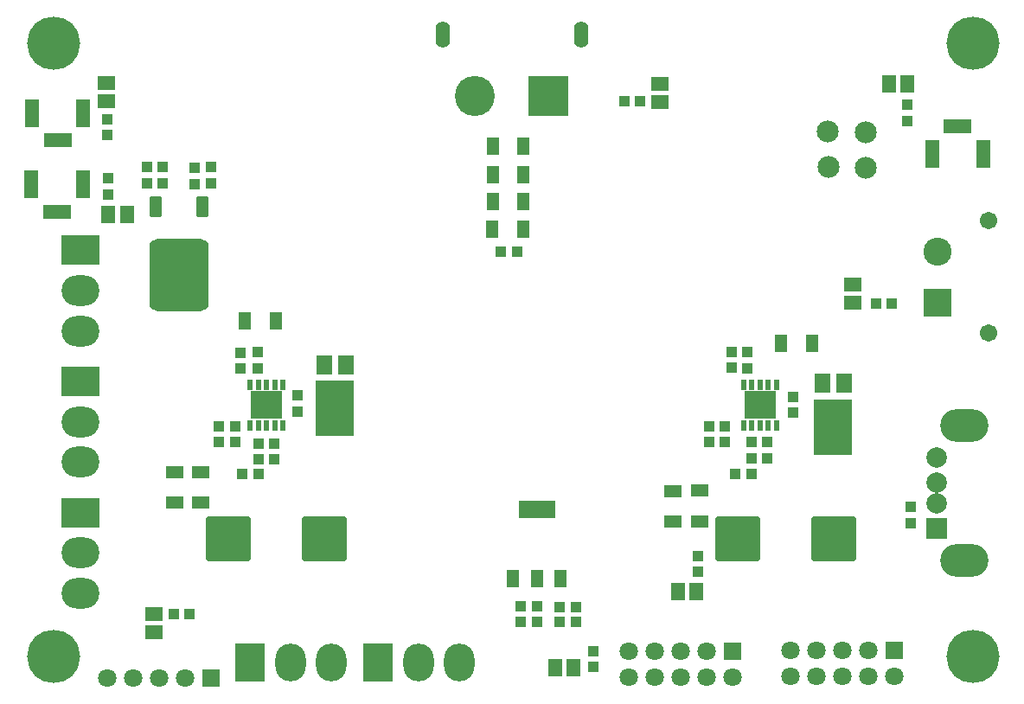
<source format=gbr>
%TF.GenerationSoftware,Altium Limited,Altium Designer,22.5.1 (42)*%
G04 Layer_Color=8388736*
%FSLAX44Y44*%
%MOMM*%
%TF.SameCoordinates,B102F14A-A54C-4FC6-BF91-0F17097562DF*%
%TF.FilePolarity,Negative*%
%TF.FileFunction,Soldermask,Top*%
%TF.Part,Single*%
G01*
G75*
%TA.AperFunction,SMDPad,CuDef*%
%ADD73R,1.0032X1.0032*%
%ADD76R,1.0532X1.0532*%
%ADD78R,1.0532X1.0532*%
%ADD79R,1.8032X1.2032*%
%ADD83R,1.2032X1.8032*%
%ADD84R,1.0032X1.0032*%
G04:AMPARAMS|DCode=88|XSize=4.4032mm|YSize=4.4032mm|CornerRadius=0.3116mm|HoleSize=0mm|Usage=FLASHONLY|Rotation=180.000|XOffset=0mm|YOffset=0mm|HoleType=Round|Shape=RoundedRectangle|*
%AMROUNDEDRECTD88*
21,1,4.4032,3.7800,0,0,180.0*
21,1,3.7800,4.4032,0,0,180.0*
1,1,0.6232,-1.8900,1.8900*
1,1,0.6232,1.8900,1.8900*
1,1,0.6232,1.8900,-1.8900*
1,1,0.6232,-1.8900,-1.8900*
%
%ADD88ROUNDEDRECTD88*%
%TA.AperFunction,ComponentPad*%
%ADD89R,2.7532X2.7532*%
%ADD90C,2.7532*%
%ADD91C,1.7112*%
%ADD92O,3.7032X3.0032*%
%ADD93R,3.7032X3.0032*%
%ADD94R,2.7032X1.4032*%
%ADD95R,1.4032X2.7032*%
%ADD96C,1.8032*%
%ADD97R,1.8032X1.8032*%
%ADD98C,2.0032*%
%ADD99R,2.0032X2.0032*%
%ADD100O,4.7032X3.2032*%
%ADD101C,3.9192*%
%ADD102R,3.9192X3.9192*%
%ADD103O,1.4032X2.6032*%
%ADD104C,5.2032*%
%ADD105O,3.0032X3.7032*%
%ADD106R,3.0032X3.7032*%
%TA.AperFunction,SMDPad,CuDef*%
%ADD111R,3.7200X5.4700*%
%ADD112R,1.6020X1.9520*%
%ADD113R,1.3632X1.6732*%
%ADD114R,1.6732X1.3632*%
%ADD115R,1.3032X1.7532*%
%ADD116R,1.3032X1.7532*%
%ADD117R,3.6532X1.7532*%
%ADD118R,0.5020X1.1020*%
%ADD119R,3.1020X2.7020*%
G04:AMPARAMS|DCode=120|XSize=2.1032mm|YSize=1.1632mm|CornerRadius=0.2168mm|HoleSize=0mm|Usage=FLASHONLY|Rotation=270.000|XOffset=0mm|YOffset=0mm|HoleType=Round|Shape=RoundedRectangle|*
%AMROUNDEDRECTD120*
21,1,2.1032,0.7296,0,0,270.0*
21,1,1.6696,1.1632,0,0,270.0*
1,1,0.4336,-0.3648,-0.8348*
1,1,0.4336,-0.3648,0.8348*
1,1,0.4336,0.3648,0.8348*
1,1,0.4336,0.3648,-0.8348*
%
%ADD120ROUNDEDRECTD120*%
G04:AMPARAMS|DCode=121|XSize=7.0432mm|YSize=5.8332mm|CornerRadius=0.7772mm|HoleSize=0mm|Usage=FLASHONLY|Rotation=270.000|XOffset=0mm|YOffset=0mm|HoleType=Round|Shape=RoundedRectangle|*
%AMROUNDEDRECTD121*
21,1,7.0432,4.2788,0,0,270.0*
21,1,5.4888,5.8332,0,0,270.0*
1,1,1.5544,-2.1394,-2.7444*
1,1,1.5544,-2.1394,2.7444*
1,1,1.5544,2.1394,2.7444*
1,1,1.5544,2.1394,-2.7444*
%
%ADD121ROUNDEDRECTD121*%
%ADD122C,2.1500*%
D73*
X-249500Y-121500D02*
D03*
X-265500D02*
D03*
X45000Y-266500D02*
D03*
X61000D02*
D03*
X45000Y-252000D02*
D03*
X61000D02*
D03*
X23250Y-251250D02*
D03*
X7250D02*
D03*
X23250Y-266750D02*
D03*
X7250D02*
D03*
X233000Y-121750D02*
D03*
X217000D02*
D03*
X3750Y95750D02*
D03*
X-12250D02*
D03*
D76*
X-317000Y-259250D02*
D03*
X-332500D02*
D03*
X108500Y243000D02*
D03*
X124000D02*
D03*
X370250Y45000D02*
D03*
X354750D02*
D03*
D78*
X-249500Y-91750D02*
D03*
Y-107250D02*
D03*
X-272000Y-90750D02*
D03*
Y-75250D02*
D03*
X-288250Y-90500D02*
D03*
Y-75000D02*
D03*
X-267000Y-18500D02*
D03*
Y-3000D02*
D03*
X-398000Y209750D02*
D03*
Y225250D02*
D03*
X78500Y-295250D02*
D03*
Y-310750D02*
D03*
X180250Y-202000D02*
D03*
Y-217500D02*
D03*
X233250Y-90750D02*
D03*
Y-106250D02*
D03*
X385250Y224000D02*
D03*
Y239500D02*
D03*
X-396500Y167500D02*
D03*
Y152000D02*
D03*
X213750Y-18000D02*
D03*
Y-2500D02*
D03*
X191250Y-75000D02*
D03*
Y-90500D02*
D03*
X207000Y-90250D02*
D03*
Y-74750D02*
D03*
D79*
X-332000Y-149750D02*
D03*
Y-119750D02*
D03*
X-306000Y-149750D02*
D03*
Y-119750D02*
D03*
X156000Y-168250D02*
D03*
Y-138250D02*
D03*
X182500Y-168000D02*
D03*
Y-138000D02*
D03*
D83*
X9500Y118000D02*
D03*
X-20500D02*
D03*
X10000Y144750D02*
D03*
X-20000D02*
D03*
X10000Y171500D02*
D03*
X-20000D02*
D03*
X10000Y198750D02*
D03*
X-20000D02*
D03*
X-232750Y28000D02*
D03*
X-262750D02*
D03*
X262000Y6250D02*
D03*
X292000D02*
D03*
D84*
X-234250Y-91750D02*
D03*
Y-107750D02*
D03*
X-211250Y-44750D02*
D03*
Y-60750D02*
D03*
X-250000Y-18750D02*
D03*
Y-2750D02*
D03*
X-296000Y162500D02*
D03*
Y178500D02*
D03*
X-311750Y162250D02*
D03*
Y178250D02*
D03*
X-343250Y162500D02*
D03*
Y178500D02*
D03*
X-358750Y163000D02*
D03*
Y179000D02*
D03*
X274000Y-46000D02*
D03*
Y-62000D02*
D03*
X248750Y-106500D02*
D03*
Y-90500D02*
D03*
X389250Y-169750D02*
D03*
Y-153750D02*
D03*
X228750Y-18500D02*
D03*
Y-2500D02*
D03*
D88*
X-279500Y-185000D02*
D03*
X-185500D02*
D03*
X219500D02*
D03*
X313500D02*
D03*
D89*
X415500Y46250D02*
D03*
D90*
Y96250D02*
D03*
D91*
X465500Y16250D02*
D03*
Y126250D02*
D03*
D92*
X-423500Y-238700D02*
D03*
Y-199100D02*
D03*
Y18300D02*
D03*
Y57900D02*
D03*
Y-110200D02*
D03*
Y-70600D02*
D03*
D93*
Y-159500D02*
D03*
Y97500D02*
D03*
Y-31000D02*
D03*
D94*
X-446750Y134500D02*
D03*
X-446000Y204750D02*
D03*
X434750Y218500D02*
D03*
D95*
X-471750Y161500D02*
D03*
X-421750D02*
D03*
X-471000Y231750D02*
D03*
X-421000D02*
D03*
X459750Y191500D02*
D03*
X409750D02*
D03*
D96*
X113300Y-320400D02*
D03*
Y-295000D02*
D03*
X164100Y-320400D02*
D03*
Y-295000D02*
D03*
X214900Y-320400D02*
D03*
X189500D02*
D03*
Y-295000D02*
D03*
X138700D02*
D03*
Y-320400D02*
D03*
X296500Y-319900D02*
D03*
Y-294500D02*
D03*
X347300D02*
D03*
Y-319900D02*
D03*
X372700D02*
D03*
X321900Y-294500D02*
D03*
Y-319900D02*
D03*
X271100Y-294500D02*
D03*
Y-319900D02*
D03*
X-397800Y-321500D02*
D03*
X-347000Y-321500D02*
D03*
X-321600D02*
D03*
X-372400D02*
D03*
D97*
X214900Y-295000D02*
D03*
X372700Y-294500D02*
D03*
X-296200Y-321500D02*
D03*
D98*
X414400Y-130300D02*
D03*
X414400Y-105300D02*
D03*
X414400Y-150300D02*
D03*
D99*
Y-175300D02*
D03*
D100*
X441500Y-206000D02*
D03*
Y-74600D02*
D03*
D101*
X-37500Y248250D02*
D03*
D102*
X34500D02*
D03*
D103*
X-69000Y308250D02*
D03*
X66000D02*
D03*
D104*
X-450000Y300000D02*
D03*
X450000D02*
D03*
X-450000Y-300000D02*
D03*
X450000D02*
D03*
D105*
X-218250Y-306250D02*
D03*
X-178650D02*
D03*
X-92750Y-306500D02*
D03*
X-53150D02*
D03*
D106*
X-257850Y-306250D02*
D03*
X-132350Y-306500D02*
D03*
D111*
X-174750Y-57750D02*
D03*
X313000Y-76000D02*
D03*
D112*
X-185250Y-14750D02*
D03*
X-164250D02*
D03*
X302500Y-33000D02*
D03*
X323500D02*
D03*
D113*
X-378600Y132250D02*
D03*
X-396400D02*
D03*
X179150Y-237000D02*
D03*
X161350D02*
D03*
X58400Y-311250D02*
D03*
X40600D02*
D03*
X385400Y260000D02*
D03*
X367600D02*
D03*
D114*
X-398250Y261150D02*
D03*
Y243350D02*
D03*
X332500Y63650D02*
D03*
Y45850D02*
D03*
X-352250Y-259100D02*
D03*
Y-276900D02*
D03*
X143750Y242600D02*
D03*
Y260400D02*
D03*
D115*
X22750Y-224000D02*
D03*
X45750D02*
D03*
D116*
X-250D02*
D03*
D117*
X22750Y-156500D02*
D03*
D118*
X257500Y-34250D02*
D03*
X249500D02*
D03*
X241500D02*
D03*
X233500D02*
D03*
X225500D02*
D03*
Y-74250D02*
D03*
X233500D02*
D03*
X241500D02*
D03*
X249500D02*
D03*
X257500D02*
D03*
X-225750Y-34250D02*
D03*
X-233750D02*
D03*
X-241750D02*
D03*
X-249750D02*
D03*
X-257750D02*
D03*
Y-74250D02*
D03*
X-249750D02*
D03*
X-241750D02*
D03*
X-233750D02*
D03*
X-225750D02*
D03*
D119*
X241500Y-54250D02*
D03*
X-241750D02*
D03*
D120*
X-350050Y139900D02*
D03*
X-304450D02*
D03*
D121*
X-327250Y72800D02*
D03*
D122*
X345000Y178250D02*
D03*
X308320Y178630D02*
D03*
X344740Y213130D02*
D03*
X307750Y213500D02*
D03*
%TF.MD5,a33035e0538c840bc7acafaa39795dfb*%
M02*

</source>
